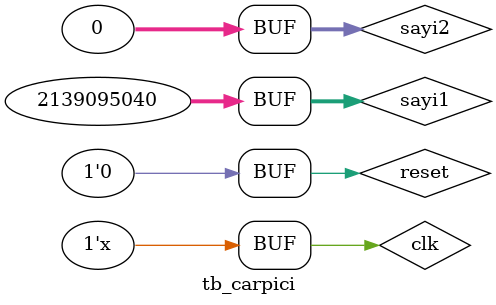
<source format=v>
`timescale 1ns / 1ps

module tb_carpici();
    reg clk, reset;
    reg [31:0] sayi1, sayi2;
    wire [31:0] sonuc;
    
    carpici uut(clk, reset, sayi1, sayi2, sonuc);

    initial begin
        /*clk = 0;
        reset = 0;
        sayi1 = 32'b10111110100110011001100110011010;
        sayi2 = 32'b01000011111110100010000000000000;
        
        #350;
        
        clk = 0;
        reset = 1;
        #10;
        reset = 0;
        sayi1 = 32'b01000001011101010101010101011111;
        sayi2 = 32'b01000001001010101010101010101010;
        
         #350;
         
         
         clk = 0;
        reset = 1;
        #10;
        reset = 0;
        sayi1 = 32'b01111111110000000000000000000000;
        sayi2 = 32'b01000001001010101010101010101010;
         #350;*/
        
        clk = 0;
        reset = 1;
        #10;
        reset = 0;
        sayi1 = 32'b01000001011101010101010101011111;
        sayi2 = 32'b01111111110000000000000000000000;
         #350;
        clk = 0;
        reset = 1;
        #10;
        reset = 0;
        sayi1 = 32'b11111111100000000000000000000000;
        sayi2 = 32'b01000001001010101010101010101010;
         #350;
        clk = 0;
        reset = 1;
        #10;
        reset = 0;
        sayi1 = 32'b01111111110000000000000000000000;
        sayi2 = 32'b11000001001010101010101010101010;
         #350;
        clk = 0;
        reset = 1;
        #10;
        reset = 0;
        sayi1 = 32'b01111111100000000000000000000000;
        sayi2 = 32'b00000000000000000000000000000000;
         #350;
        
    end
    
    always begin
        clk = ~clk;
        #5;
    end
        
endmodule

</source>
